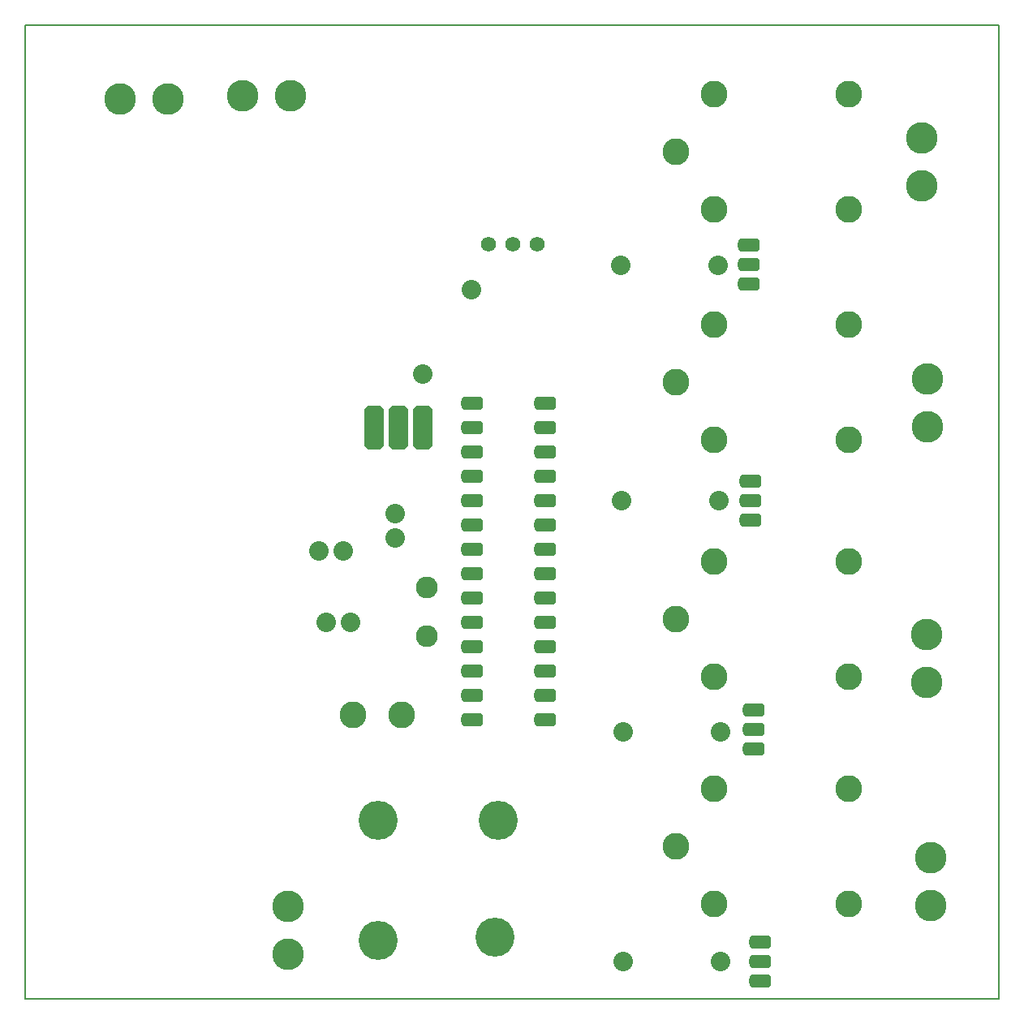
<source format=gbr>
G04 PROTEUS GERBER X2 FILE*
%TF.GenerationSoftware,Labcenter,Proteus,8.7-SP3-Build25561*%
%TF.CreationDate,2019-03-25T11:13:55+00:00*%
%TF.FileFunction,Soldermask,Top*%
%TF.FilePolarity,Negative*%
%TF.Part,Single*%
%TF.SameCoordinates,{7bf090f1-712e-4c9e-9fb6-0cc4d7933681}*%
%FSLAX45Y45*%
%MOMM*%
G01*
%TA.AperFunction,Material*%
%ADD27C,2.794000*%
%TA.AperFunction,Material*%
%ADD28C,3.302000*%
%AMPPAD021*
4,1,36,
-1.143000,-0.292100,
-1.143000,0.292100,
-1.134910,0.375200,
-1.111650,0.452040,
-1.074690,0.521140,
-1.025520,0.581020,
-0.965650,0.630190,
-0.896540,0.667150,
-0.819700,0.690410,
-0.736600,0.698500,
0.736600,0.698500,
0.819700,0.690410,
0.896540,0.667150,
0.965650,0.630190,
1.025520,0.581020,
1.074690,0.521140,
1.111650,0.452040,
1.134910,0.375200,
1.143000,0.292100,
1.143000,-0.292100,
1.134910,-0.375200,
1.111650,-0.452040,
1.074690,-0.521140,
1.025520,-0.581020,
0.965650,-0.630190,
0.896540,-0.667150,
0.819700,-0.690410,
0.736600,-0.698500,
-0.736600,-0.698500,
-0.819700,-0.690410,
-0.896540,-0.667150,
-0.965650,-0.630190,
-1.025520,-0.581020,
-1.074690,-0.521140,
-1.111650,-0.452040,
-1.134910,-0.375200,
-1.143000,-0.292100,
0*%
%TA.AperFunction,Material*%
%ADD29PPAD021*%
%TA.AperFunction,Material*%
%ADD72C,2.032000*%
%TA.AperFunction,Material*%
%ADD73C,4.064000*%
%AMPPAD024*
4,1,8,
-0.636800,2.286000,
0.636800,2.286000,
1.016000,1.906800,
1.016000,-1.906800,
0.636800,-2.286000,
-0.636800,-2.286000,
-1.016000,-1.906800,
-1.016000,1.906800,
-0.636800,2.286000,
0*%
%TA.AperFunction,Material*%
%ADD30PPAD024*%
%TA.AperFunction,Material*%
%ADD31C,2.286000*%
%TA.AperFunction,Material*%
%ADD32C,1.560000*%
%TA.AperFunction,Profile*%
%ADD19C,0.203200*%
%TD.AperFunction*%
D27*
X-430000Y+4360000D03*
X-430000Y+3160000D03*
X-830000Y+3760000D03*
X+970000Y+3160000D03*
X+970000Y+4360000D03*
X-430000Y+1950000D03*
X-430000Y+750000D03*
X-830000Y+1350000D03*
X+970000Y+750000D03*
X+970000Y+1950000D03*
X-430000Y-520000D03*
X-430000Y-1720000D03*
X-830000Y-1120000D03*
X+970000Y-1720000D03*
X+970000Y-520000D03*
X-430000Y-2890000D03*
X-430000Y-4090000D03*
X-830000Y-3490000D03*
X+970000Y-4090000D03*
X+970000Y-2890000D03*
D28*
X+1730000Y+3900380D03*
X+1730000Y+3400000D03*
X+1790000Y+1390000D03*
X+1790000Y+889620D03*
X+1780000Y-1280000D03*
X+1780000Y-1780380D03*
X+1830000Y-3610000D03*
X+1830000Y-4110380D03*
D29*
X-70000Y+2783200D03*
X-70000Y+2580000D03*
X-70000Y+2376800D03*
X-50000Y+320000D03*
X-50000Y+116800D03*
X-50000Y-86400D03*
X-20000Y-2066800D03*
X-20000Y-2270000D03*
X-20000Y-2473200D03*
X+50000Y-4490000D03*
X+50000Y-4693200D03*
X+50000Y-4896400D03*
D72*
X-1410000Y+2570000D03*
X-394000Y+2570000D03*
X-1400000Y+120000D03*
X-384000Y+120000D03*
X-1380000Y-2300000D03*
X-364000Y-2300000D03*
X-1380000Y-4690000D03*
X-364000Y-4690000D03*
D27*
X-4198000Y-2120000D03*
X-3690000Y-2120000D03*
D73*
X-3940000Y-3220000D03*
X-2724000Y-4436000D03*
X-3940000Y-4470000D03*
X-2690000Y-3220000D03*
D30*
X-3980197Y+874584D03*
X-3726197Y+874584D03*
X-3472197Y+874584D03*
D72*
X-4480000Y-1150000D03*
X-4226000Y-1150000D03*
X-4554000Y-410000D03*
X-4300000Y-410000D03*
X-3760000Y-20000D03*
X-3760000Y-274000D03*
D31*
X-3430000Y-1298000D03*
X-3430000Y-790000D03*
D29*
X-2960000Y+1132000D03*
X-2960000Y+878000D03*
X-2960000Y+624000D03*
X-2960000Y+370000D03*
X-2960000Y+116000D03*
X-2960000Y-138000D03*
X-2960000Y-392000D03*
X-2960000Y-646000D03*
X-2960000Y-900000D03*
X-2960000Y-1154000D03*
X-2960000Y-1408000D03*
X-2960000Y-1662000D03*
X-2960000Y-1916000D03*
X-2960000Y-2170000D03*
X-2198000Y-2170000D03*
X-2198000Y-1916000D03*
X-2198000Y-1662000D03*
X-2198000Y-1408000D03*
X-2198000Y-1154000D03*
X-2198000Y-900000D03*
X-2198000Y-646000D03*
X-2198000Y-392000D03*
X-2198000Y-138000D03*
X-2198000Y+116000D03*
X-2198000Y+370000D03*
X-2198000Y+624000D03*
X-2198000Y+878000D03*
X-2198000Y+1130000D03*
D32*
X-2276000Y+2790000D03*
X-2530000Y+2790000D03*
X-2784000Y+2790000D03*
D72*
X-3476001Y+1440059D03*
X-2968000Y+2319942D03*
D28*
X-4850695Y+4340315D03*
X-5351075Y+4340315D03*
X-6631075Y+4310315D03*
X-6130695Y+4310315D03*
X-4880000Y-4620380D03*
X-4880000Y-4120000D03*
D19*
X-7620000Y-5080000D02*
X+2540000Y-5080000D01*
X+2540000Y+5080000D01*
X-7620000Y+5080000D01*
X-7620000Y-5080000D01*
M02*

</source>
